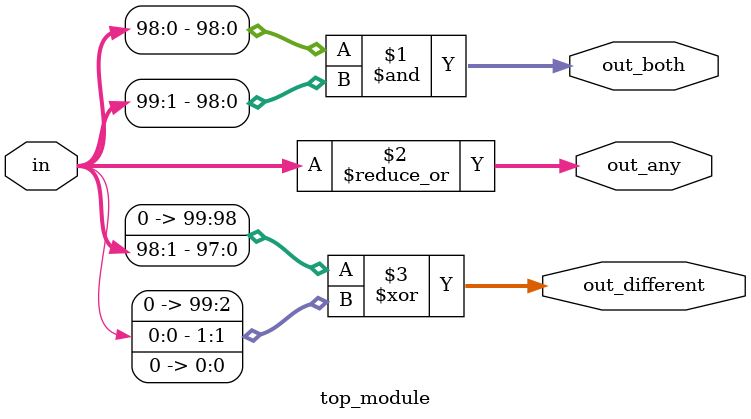
<source format=sv>
module top_module (
	input [99:0] in,
	output [98:0] out_both,
	output [99:1] out_any,
	output [99:0] out_different
);

	assign out_both = in[98:0] & in[99:1];
	assign out_any = |in[99:0]; 
	assign out_different = {{1'b0}, in[98:1]} ^ {in[0], 1'b0};

endmodule

</source>
